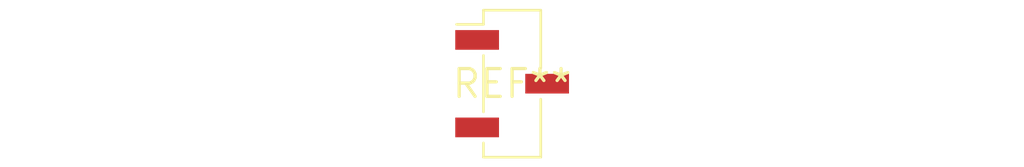
<source format=kicad_pcb>
(kicad_pcb (version 20240108) (generator pcbnew)
  (layers (0 "F.Cu" signal) (31 "B.Cu" signal) (34 "B.Paste" user) (35 "F.Paste" user) (36 "B.SilkS" user "B.Silkscreen") (37 "F.SilkS" user "F.Silkscreen") (38 "B.Mask" user) (39 "F.Mask" user) (44 "Edge.Cuts" user))
  (net 0 "")
  (footprint "PinSocket_1x03_P2.00mm_Vertical_SMD_Pin1Left" (layer "F.Cu") (at 0 0)
    (property "Reference" "REF**")
    (property "Value" "PinSocket_1x03_P2.00mm_Vertical_SMD_Pin1Left")
    (fp_line (start -2.54 -2.71) (end -1.31 -2.71) (layer "F.SilkS") (stroke (width 0.12)))
    (fp_line (start -1.31 -3.36) (end -1.31 -2.71) (layer "F.SilkS") (stroke (width 0.12)))
    (fp_line (start -1.31 -3.36) (end 1.31 -3.36) (layer "F.SilkS") (stroke (width 0.12)))
    (fp_line (start -1.31 -1.29) (end -1.31 1.29) (layer "F.SilkS") (stroke (width 0.12)))
    (fp_line (start -1.31 2.71) (end -1.31 3.36) (layer "F.SilkS") (stroke (width 0.12)))
    (fp_line (start -1.31 3.36) (end 1.31 3.36) (layer "F.SilkS") (stroke (width 0.12)))
    (fp_line (start 1.31 -3.36) (end 1.31 -0.71) (layer "F.SilkS") (stroke (width 0.12)))
    (fp_line (start 1.31 0.71) (end 1.31 3.36) (layer "F.SilkS") (stroke (width 0.12)))
    (pad "1" smd rect (at -1.6 -2) (size 2 0.9) (layers "F.Cu" "F.Paste" "F.Mask"))
    (pad "2" smd rect (at 1.6 0) (size 2 0.9) (layers "F.Cu" "F.Paste" "F.Mask"))
    (pad "3" smd rect (at -1.6 2) (size 2 0.9) (layers "F.Cu" "F.Paste" "F.Mask"))
  )
)
</source>
